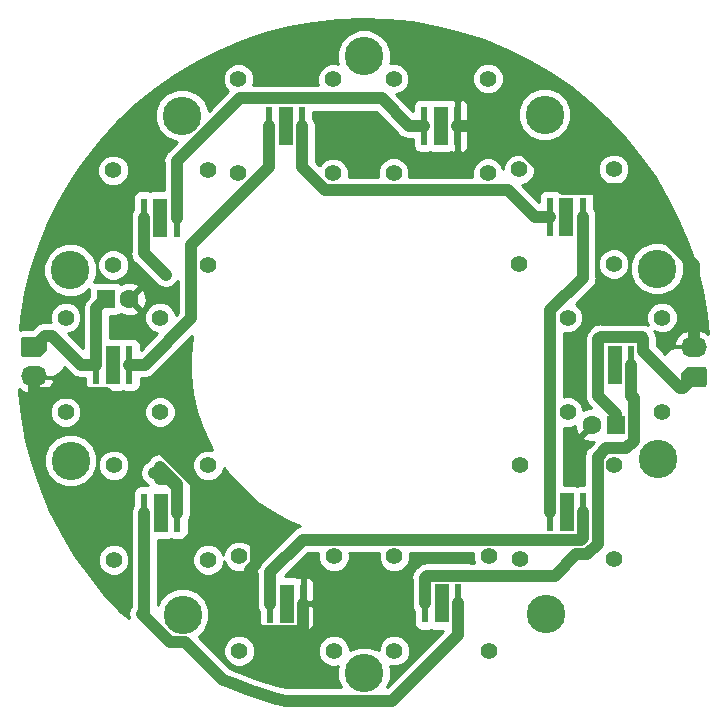
<source format=gbr>
G04 #@! TF.GenerationSoftware,KiCad,Pcbnew,(5.0.2)-1*
G04 #@! TF.CreationDate,2020-03-10T14:07:47-07:00*
G04 #@! TF.ProjectId,ring_illuminator,72696e67-5f69-46c6-9c75-6d696e61746f,rev?*
G04 #@! TF.SameCoordinates,Original*
G04 #@! TF.FileFunction,Copper,L1,Top*
G04 #@! TF.FilePolarity,Positive*
%FSLAX46Y46*%
G04 Gerber Fmt 4.6, Leading zero omitted, Abs format (unit mm)*
G04 Created by KiCad (PCBNEW (5.0.2)-1) date 3/10/2020 2:07:47 PM*
%MOMM*%
%LPD*%
G01*
G04 APERTURE LIST*
G04 #@! TA.AperFunction,ComponentPad*
%ADD10C,1.600000*%
G04 #@! TD*
G04 #@! TA.AperFunction,ComponentPad*
%ADD11R,1.600000X1.600000*%
G04 #@! TD*
G04 #@! TA.AperFunction,ComponentPad*
%ADD12O,2.200000X1.700000*%
G04 #@! TD*
G04 #@! TA.AperFunction,ComponentPad*
%ADD13C,1.417157*%
G04 #@! TD*
G04 #@! TA.AperFunction,Conductor*
%ADD14C,0.100000*%
G04 #@! TD*
G04 #@! TA.AperFunction,ComponentPad*
%ADD15C,1.400000*%
G04 #@! TD*
G04 #@! TA.AperFunction,SMDPad,CuDef*
%ADD16R,1.300000X3.300000*%
G04 #@! TD*
G04 #@! TA.AperFunction,SMDPad,CuDef*
%ADD17R,0.600000X3.300000*%
G04 #@! TD*
G04 #@! TA.AperFunction,ComponentPad*
%ADD18C,3.260000*%
G04 #@! TD*
G04 #@! TA.AperFunction,ViaPad*
%ADD19C,0.800000*%
G04 #@! TD*
G04 #@! TA.AperFunction,Conductor*
%ADD20C,1.000000*%
G04 #@! TD*
G04 #@! TA.AperFunction,Conductor*
%ADD21C,0.254000*%
G04 #@! TD*
G04 APERTURE END LIST*
D10*
G04 #@! TO.P,C5,2*
G04 #@! TO.N,PGND*
X19336000Y-5080000D03*
D11*
G04 #@! TO.P,C5,1*
G04 #@! TO.N,VLED1*
X21336000Y-5080000D03*
G04 #@! TD*
G04 #@! TO.P,C6,1*
G04 #@! TO.N,VLED2*
X-21844000Y5588000D03*
D10*
G04 #@! TO.P,C6,2*
G04 #@! TO.N,PGND*
X-19844000Y5588000D03*
G04 #@! TD*
D12*
G04 #@! TO.P,J1,2*
G04 #@! TO.N,PGND*
X-27940000Y-976000D03*
D13*
G04 #@! TO.P,J1,1*
G04 #@! TO.N,VLED2*
X-27940000Y1524000D03*
D14*
G04 #@! TD*
G04 #@! TO.N,VLED2*
G04 #@! TO.C,J1*
G36*
X-28838773Y678804D02*
X-28885671Y693030D01*
X-28928893Y716133D01*
X-28966777Y747223D01*
X-28997867Y785107D01*
X-29020970Y828329D01*
X-29035196Y875227D01*
X-29040000Y924000D01*
X-29040000Y2124000D01*
X-29035196Y2172773D01*
X-29020970Y2219671D01*
X-28997867Y2262893D01*
X-28966777Y2300777D01*
X-28928893Y2331867D01*
X-28885671Y2354970D01*
X-28838773Y2369196D01*
X-28790000Y2374000D01*
X-27090000Y2374000D01*
X-27041227Y2369196D01*
X-26994329Y2354970D01*
X-26951107Y2331867D01*
X-26913223Y2300777D01*
X-26882133Y2262893D01*
X-26859030Y2219671D01*
X-26844804Y2172773D01*
X-26840000Y2124000D01*
X-26840000Y1324000D01*
X-26844804Y1275227D01*
X-26859030Y1228329D01*
X-26882133Y1185107D01*
X-26913223Y1147223D01*
X-27313223Y747223D01*
X-27351107Y716133D01*
X-27394329Y693030D01*
X-27441227Y678804D01*
X-27490000Y674000D01*
X-28790000Y674000D01*
X-28838773Y678804D01*
X-28838773Y678804D01*
G37*
D13*
G04 #@! TO.P,J2,1*
G04 #@! TO.N,VLED1*
X27940000Y-1016000D03*
D14*
G04 #@! TD*
G04 #@! TO.N,VLED1*
G04 #@! TO.C,J2*
G36*
X28838773Y-170804D02*
X28885671Y-185030D01*
X28928893Y-208133D01*
X28966777Y-239223D01*
X28997867Y-277107D01*
X29020970Y-320329D01*
X29035196Y-367227D01*
X29040000Y-416000D01*
X29040000Y-1616000D01*
X29035196Y-1664773D01*
X29020970Y-1711671D01*
X28997867Y-1754893D01*
X28966777Y-1792777D01*
X28928893Y-1823867D01*
X28885671Y-1846970D01*
X28838773Y-1861196D01*
X28790000Y-1866000D01*
X27090000Y-1866000D01*
X27041227Y-1861196D01*
X26994329Y-1846970D01*
X26951107Y-1823867D01*
X26913223Y-1792777D01*
X26882133Y-1754893D01*
X26859030Y-1711671D01*
X26844804Y-1664773D01*
X26840000Y-1616000D01*
X26840000Y-816000D01*
X26844804Y-767227D01*
X26859030Y-720329D01*
X26882133Y-677107D01*
X26913223Y-639223D01*
X27313223Y-239223D01*
X27351107Y-208133D01*
X27394329Y-185030D01*
X27441227Y-170804D01*
X27490000Y-166000D01*
X28790000Y-166000D01*
X28838773Y-170804D01*
X28838773Y-170804D01*
G37*
D12*
G04 #@! TO.P,J2,2*
G04 #@! TO.N,PGND*
X27940000Y1484000D03*
G04 #@! TD*
D15*
G04 #@! TO.P,D4,*
G04 #@! TO.N,*
X-10547000Y-24216000D03*
X-2547000Y-24216000D03*
X-2547000Y-16216000D03*
X-10547000Y-16216000D03*
D16*
G04 #@! TO.P,D4,3*
G04 #@! TO.N,N/C*
X-6547000Y-20216000D03*
D17*
G04 #@! TO.P,D4,2*
G04 #@! TO.N,Net-(D2-Pad1)*
X-7947000Y-20216000D03*
G04 #@! TO.P,D4,1*
G04 #@! TO.N,PGND*
X-5147000Y-20216000D03*
G04 #@! TD*
D15*
G04 #@! TO.P,D9,*
G04 #@! TO.N,*
X2515000Y16227000D03*
X10515000Y16227000D03*
X10515000Y24227000D03*
X2515000Y24227000D03*
D16*
G04 #@! TO.P,D9,3*
G04 #@! TO.N,N/C*
X6515000Y20227000D03*
D17*
G04 #@! TO.P,D9,2*
G04 #@! TO.N,Net-(D7-Pad1)*
X5115000Y20227000D03*
G04 #@! TO.P,D9,1*
G04 #@! TO.N,PGND*
X7915000Y20227000D03*
G04 #@! TD*
D15*
G04 #@! TO.P,D8,*
G04 #@! TO.N,*
X-10612000Y16195000D03*
X-2612000Y16195000D03*
X-2612000Y24195000D03*
X-10612000Y24195000D03*
D16*
G04 #@! TO.P,D8,3*
G04 #@! TO.N,N/C*
X-6612000Y20195000D03*
D17*
G04 #@! TO.P,D8,2*
G04 #@! TO.N,Net-(D6-Pad1)*
X-8012000Y20195000D03*
G04 #@! TO.P,D8,1*
G04 #@! TO.N,Net-(D10-Pad2)*
X-5212000Y20195000D03*
G04 #@! TD*
D15*
G04 #@! TO.P,D3,*
G04 #@! TO.N,*
X2579000Y-24206000D03*
X10579000Y-24206000D03*
X10579000Y-16206000D03*
X2579000Y-16206000D03*
D16*
G04 #@! TO.P,D3,3*
G04 #@! TO.N,N/C*
X6579000Y-20206000D03*
D17*
G04 #@! TO.P,D3,2*
G04 #@! TO.N,Net-(D1-Pad1)*
X5179000Y-20206000D03*
G04 #@! TO.P,D3,1*
G04 #@! TO.N,Net-(D3-Pad1)*
X7979000Y-20206000D03*
G04 #@! TD*
D15*
G04 #@! TO.P,D2,*
G04 #@! TO.N,*
X13196000Y-16485000D03*
X21196000Y-16485000D03*
X21196000Y-8485000D03*
X13196000Y-8485000D03*
D16*
G04 #@! TO.P,D2,3*
G04 #@! TO.N,N/C*
X17196000Y-12485000D03*
D17*
G04 #@! TO.P,D2,2*
G04 #@! TO.N,Net-(D10-Pad1)*
X15796000Y-12485000D03*
G04 #@! TO.P,D2,1*
G04 #@! TO.N,Net-(D2-Pad1)*
X18596000Y-12485000D03*
G04 #@! TD*
D15*
G04 #@! TO.P,D1,*
G04 #@! TO.N,*
X17250000Y-4000000D03*
X25250000Y-4000000D03*
X25250000Y4000000D03*
X17250000Y4000000D03*
D16*
G04 #@! TO.P,D1,3*
G04 #@! TO.N,N/C*
X21250000Y0D03*
D17*
G04 #@! TO.P,D1,2*
G04 #@! TO.N,VLED1*
X19850000Y0D03*
G04 #@! TO.P,D1,1*
G04 #@! TO.N,Net-(D1-Pad1)*
X22650000Y0D03*
G04 #@! TD*
D15*
G04 #@! TO.P,D5,*
G04 #@! TO.N,*
X-21176000Y-16512000D03*
X-13176000Y-16512000D03*
X-13176000Y-8512000D03*
X-21176000Y-8512000D03*
D16*
G04 #@! TO.P,D5,3*
G04 #@! TO.N,N/C*
X-17176000Y-12512000D03*
D17*
G04 #@! TO.P,D5,2*
G04 #@! TO.N,Net-(D3-Pad1)*
X-18576000Y-12512000D03*
G04 #@! TO.P,D5,1*
G04 #@! TO.N,Net-(D5-Pad1)*
X-15776000Y-12512000D03*
G04 #@! TD*
D15*
G04 #@! TO.P,D6,*
G04 #@! TO.N,*
X-25250000Y-4000000D03*
X-17250000Y-4000000D03*
X-17250000Y4000000D03*
X-25250000Y4000000D03*
D16*
G04 #@! TO.P,D6,3*
G04 #@! TO.N,N/C*
X-21250000Y0D03*
D17*
G04 #@! TO.P,D6,2*
G04 #@! TO.N,VLED2*
X-22650000Y0D03*
G04 #@! TO.P,D6,1*
G04 #@! TO.N,Net-(D6-Pad1)*
X-19850000Y0D03*
G04 #@! TD*
D15*
G04 #@! TO.P,D7,*
G04 #@! TO.N,*
X-21216000Y8458000D03*
X-13216000Y8458000D03*
X-13216000Y16458000D03*
X-21216000Y16458000D03*
D16*
G04 #@! TO.P,D7,3*
G04 #@! TO.N,N/C*
X-17216000Y12458000D03*
D17*
G04 #@! TO.P,D7,2*
G04 #@! TO.N,Net-(D5-Pad1)*
X-18616000Y12458000D03*
G04 #@! TO.P,D7,1*
G04 #@! TO.N,Net-(D7-Pad1)*
X-15816000Y12458000D03*
G04 #@! TD*
D15*
G04 #@! TO.P,D10,*
G04 #@! TO.N,*
X13156000Y8540000D03*
X21156000Y8540000D03*
X21156000Y16540000D03*
X13156000Y16540000D03*
D16*
G04 #@! TO.P,D10,3*
G04 #@! TO.N,N/C*
X17156000Y12540000D03*
D17*
G04 #@! TO.P,D10,2*
G04 #@! TO.N,Net-(D10-Pad2)*
X15756000Y12540000D03*
G04 #@! TO.P,D10,1*
G04 #@! TO.N,Net-(D10-Pad1)*
X18556000Y12540000D03*
G04 #@! TD*
D18*
G04 #@! TO.P,J11,1*
G04 #@! TO.N,Net-(J11-Pad1)*
X-24835000Y-8109000D03*
G04 #@! TD*
G04 #@! TO.P,J10,1*
G04 #@! TO.N,Net-(J10-Pad1)*
X0Y-26125000D03*
G04 #@! TD*
G04 #@! TO.P,J9,1*
G04 #@! TO.N,Net-(J9-Pad1)*
X0Y26125000D03*
G04 #@! TD*
G04 #@! TO.P,J8,1*
G04 #@! TO.N,Net-(J8-Pad1)*
X-15400000Y21104000D03*
G04 #@! TD*
G04 #@! TO.P,J7,1*
G04 #@! TO.N,Net-(J7-Pad1)*
X15433000Y-21079000D03*
G04 #@! TD*
G04 #@! TO.P,J6,1*
G04 #@! TO.N,Net-(J6-Pad1)*
X-24860500Y8029500D03*
G04 #@! TD*
G04 #@! TO.P,J5,1*
G04 #@! TO.N,Net-(J5-Pad1)*
X15299000Y21177000D03*
G04 #@! TD*
G04 #@! TO.P,J4,1*
G04 #@! TO.N,Net-(J4-Pad1)*
X-15332000Y-21153000D03*
G04 #@! TD*
G04 #@! TO.P,J3,1*
G04 #@! TO.N,Net-(J3-Pad1)*
X24873000Y-7990000D03*
G04 #@! TD*
G04 #@! TO.P,J12,1*
G04 #@! TO.N,Net-(J12-Pad1)*
X24821000Y8148000D03*
G04 #@! TD*
D19*
G04 #@! TO.N,VLED2*
X-23950000Y0D03*
G04 #@! TO.N,VLED1*
X19850000Y2160002D03*
G04 #@! TO.N,Net-(D5-Pad1)*
X-17272000Y-8636000D03*
X-16764000Y7620000D03*
X-17272000Y-9652000D03*
X-16475998Y-9652000D03*
X-17780000Y-9144000D03*
G04 #@! TD*
D20*
G04 #@! TO.N,PGND*
X-5147000Y-22376002D02*
X-5586997Y-22815999D01*
X-5147000Y-20216000D02*
X-5147000Y-22376002D01*
X-27940000Y-2032000D02*
X-27940000Y-976000D01*
X-27940000Y-2826000D02*
X-27940000Y-2032000D01*
X-9146999Y-16888001D02*
X-9146999Y-15063931D01*
X-5147000Y-22376002D02*
X-5336999Y-22566001D01*
X-5336999Y-22566001D02*
X-8807001Y-22566001D01*
X-21860929Y-2350001D02*
X-27621999Y-2350001D01*
X-27621999Y-2350001D02*
X-27940000Y-2032000D01*
X-9652000Y-17393002D02*
X-9146999Y-16888001D01*
X-9652000Y-21721002D02*
X-9652000Y-17393002D01*
X-9146999Y-15063931D02*
X-21860929Y-2350001D01*
X-8807001Y-22566001D02*
X-9652000Y-21721002D01*
X27940000Y3334000D02*
X27940000Y1484000D01*
X27940000Y8477402D02*
X27940000Y3334000D01*
X21527401Y14890001D02*
X27940000Y8477402D01*
X16878001Y14890001D02*
X21527401Y14890001D01*
X11541002Y20227000D02*
X16878001Y14890001D01*
X7915000Y20227000D02*
X11541002Y20227000D01*
G04 #@! TO.N,Net-(D7-Pad1)*
X3815000Y20227000D02*
X5115000Y20227000D01*
X1496999Y22545001D02*
X3815000Y20227000D01*
X-10510597Y22545001D02*
X1496999Y22545001D01*
X-15816000Y17239598D02*
X-10510597Y22545001D01*
X-15816000Y12458000D02*
X-15816000Y17239598D01*
G04 #@! TO.N,VLED2*
X-23950000Y0D02*
X-22650000Y0D01*
X-26394710Y2444710D02*
X-23950000Y0D01*
X-27019290Y2444710D02*
X-26394710Y2444710D01*
X-27940000Y1524000D02*
X-27019290Y2444710D01*
X-22650000Y4782000D02*
X-22650000Y0D01*
X-21844000Y5588000D02*
X-22650000Y4782000D01*
G04 #@! TO.N,Net-(D6-Pad1)*
X-8012000Y17545000D02*
X-8012000Y20195000D01*
X-8012000Y16722998D02*
X-8012000Y17545000D01*
X-14616001Y10118997D02*
X-8012000Y16722998D01*
X-14616001Y3933999D02*
X-14616001Y10118997D01*
X-18550000Y0D02*
X-14616001Y3933999D01*
X-19850000Y0D02*
X-18550000Y0D01*
G04 #@! TO.N,Net-(D10-Pad2)*
X14456000Y12540000D02*
X15756000Y12540000D01*
X12201001Y14794999D02*
X14456000Y12540000D01*
X-3284001Y14794999D02*
X12201001Y14794999D01*
X-5212000Y16722998D02*
X-3284001Y14794999D01*
X-5212000Y20195000D02*
X-5212000Y16722998D01*
G04 #@! TO.N,Net-(D2-Pad1)*
X-7947000Y-17566000D02*
X-7947000Y-20216000D01*
X-5186999Y-14805999D02*
X-7947000Y-17566000D01*
X11251001Y-14805999D02*
X-5186999Y-14805999D01*
X18406001Y-14835001D02*
X11280003Y-14835001D01*
X11280003Y-14835001D02*
X11251001Y-14805999D01*
X18596000Y-14645002D02*
X18406001Y-14835001D01*
X18596000Y-12485000D02*
X18596000Y-14645002D01*
G04 #@! TO.N,Net-(D3-Pad1)*
X-16450401Y-23483001D02*
X-18796000Y-21137402D01*
X-11959821Y-26648181D02*
X-15125000Y-23483001D01*
X-11429813Y-26896639D02*
X-11959821Y-26648181D01*
X7979000Y-22856000D02*
X2379999Y-28455001D01*
X-15125000Y-23483001D02*
X-16450401Y-23483001D01*
X7979000Y-20206000D02*
X7979000Y-22856000D01*
X2379999Y-28455001D02*
X-6580206Y-28455001D01*
X-6580206Y-28455001D02*
X-7391836Y-28274202D01*
X-7391836Y-28274202D02*
X-9436013Y-27659202D01*
X-9436013Y-27659202D02*
X-11429813Y-26896639D01*
X-18576000Y-20917402D02*
X-18576000Y-12512000D01*
X-18796000Y-21137402D02*
X-18576000Y-20917402D01*
G04 #@! TO.N,Net-(D1-Pad1)*
X19796009Y-15142063D02*
X18903062Y-16035010D01*
X19795999Y-7812999D02*
X19795999Y-11987929D01*
X22650000Y-2650000D02*
X22836001Y-2836001D01*
X18903062Y-16035010D02*
X18000990Y-16035010D01*
X22650000Y0D02*
X22650000Y-2650000D01*
X22836001Y-2836001D02*
X22836001Y-6440001D01*
X19796010Y-11987940D02*
X19796009Y-15142063D01*
X19795999Y-11987929D02*
X19796010Y-11987940D01*
X22836001Y-6440001D02*
X22191003Y-7084999D01*
X22191003Y-7084999D02*
X20523999Y-7084999D01*
X20523999Y-7084999D02*
X19795999Y-7812999D01*
X5179000Y-18045998D02*
X5179000Y-20206000D01*
X5368999Y-17855999D02*
X5179000Y-18045998D01*
X8839001Y-17855999D02*
X5368999Y-17855999D01*
X8868003Y-17885001D02*
X8839001Y-17855999D01*
X16150999Y-17885001D02*
X8868003Y-17885001D01*
X18000990Y-16035010D02*
X16150999Y-17885001D01*
G04 #@! TO.N,VLED1*
X20039999Y2350001D02*
X19850000Y2160002D01*
X23650001Y2210001D02*
X23510001Y2350001D01*
X23510001Y2350001D02*
X20039999Y2350001D01*
X23650001Y1185997D02*
X23650001Y2210001D01*
X26772708Y-1936710D02*
X23650001Y1185997D01*
X27019290Y-1936710D02*
X26772708Y-1936710D01*
X19850000Y2160002D02*
X19850000Y0D01*
X27940000Y-1016000D02*
X27019290Y-1936710D01*
X19850000Y-2650000D02*
X19850000Y0D01*
X21336000Y-4136000D02*
X19850000Y-2650000D01*
X21336000Y-5080000D02*
X21336000Y-4136000D01*
G04 #@! TO.N,Net-(D5-Pad1)*
X-15776000Y-12512000D02*
X-15776000Y-10132000D01*
X-15776000Y-10132000D02*
X-17272000Y-8636000D01*
X-18616000Y9472000D02*
X-18616000Y12458000D01*
X-16764000Y7620000D02*
X-18616000Y9472000D01*
X-16475998Y-9652000D02*
X-17272000Y-9652000D01*
X-15776000Y-12512000D02*
X-15776000Y-10351998D01*
X-15776000Y-10351998D02*
X-16475998Y-9652000D01*
X-15776000Y-10351998D02*
X-16983998Y-9144000D01*
X-16983998Y-9144000D02*
X-17780000Y-9144000D01*
G04 #@! TO.N,Net-(D10-Pad1)*
X15796000Y-9835000D02*
X15796000Y-12485000D01*
X15796000Y4618002D02*
X15796000Y-9835000D01*
X18556000Y7378002D02*
X15796000Y4618002D01*
X18556000Y12540000D02*
X18556000Y7378002D01*
G04 #@! TD*
D21*
G04 #@! TO.N,PGND*
G36*
X-14544605Y2329668D02*
X-14709813Y770909D01*
X-14708445Y-796581D01*
X-14540517Y-2355050D01*
X-14207931Y-3886850D01*
X-13714452Y-5374635D01*
X-13065670Y-6801557D01*
X-12822597Y-7213391D01*
X-12910452Y-7177000D01*
X-13441548Y-7177000D01*
X-13932217Y-7380242D01*
X-14307758Y-7755783D01*
X-14511000Y-8246452D01*
X-14511000Y-8777548D01*
X-14307758Y-9268217D01*
X-13932217Y-9643758D01*
X-13441548Y-9847000D01*
X-12910452Y-9847000D01*
X-12419783Y-9643758D01*
X-12044242Y-9268217D01*
X-11841000Y-8777548D01*
X-11841000Y-8726616D01*
X-11333255Y-9409050D01*
X-10269242Y-10560093D01*
X-9088938Y-11591553D01*
X-7805711Y-12491748D01*
X-6434090Y-13250486D01*
X-5392113Y-13689564D01*
X-5629854Y-13736853D01*
X-6005288Y-13987710D01*
X-6068610Y-14082478D01*
X-8670518Y-16684387D01*
X-8765289Y-16747711D01*
X-8959060Y-17037711D01*
X-9016146Y-17123146D01*
X-9104235Y-17566000D01*
X-9082000Y-17677783D01*
X-9081999Y-20327783D01*
X-9016145Y-20658855D01*
X-8894440Y-20840999D01*
X-8894440Y-21866000D01*
X-8845157Y-22113765D01*
X-8704809Y-22323809D01*
X-8494765Y-22464157D01*
X-8247000Y-22513440D01*
X-7647000Y-22513440D01*
X-7422000Y-22468685D01*
X-7197000Y-22513440D01*
X-5897000Y-22513440D01*
X-5658032Y-22465907D01*
X-5573309Y-22501000D01*
X-5432750Y-22501000D01*
X-5274000Y-22342250D01*
X-5274000Y-21988869D01*
X-5249560Y-21866000D01*
X-5249560Y-20343000D01*
X-5020000Y-20343000D01*
X-5020000Y-22342250D01*
X-4861250Y-22501000D01*
X-4720691Y-22501000D01*
X-4487302Y-22404327D01*
X-4308673Y-22225699D01*
X-4212000Y-21992310D01*
X-4212000Y-20501750D01*
X-4370750Y-20343000D01*
X-5020000Y-20343000D01*
X-5249560Y-20343000D01*
X-5249560Y-18566000D01*
X-5274000Y-18443131D01*
X-5274000Y-18089750D01*
X-5020000Y-18089750D01*
X-5020000Y-20089000D01*
X-4370750Y-20089000D01*
X-4212000Y-19930250D01*
X-4212000Y-18439690D01*
X-4308673Y-18206301D01*
X-4487302Y-18027673D01*
X-4720691Y-17931000D01*
X-4861250Y-17931000D01*
X-5020000Y-18089750D01*
X-5274000Y-18089750D01*
X-5432750Y-17931000D01*
X-5573309Y-17931000D01*
X-5658032Y-17966093D01*
X-5897000Y-17918560D01*
X-6694429Y-17918560D01*
X-4716867Y-15940999D01*
X-3878084Y-15940999D01*
X-3882000Y-15950452D01*
X-3882000Y-16481548D01*
X-3678758Y-16972217D01*
X-3303217Y-17347758D01*
X-2812548Y-17551000D01*
X-2281452Y-17551000D01*
X-1790783Y-17347758D01*
X-1415242Y-16972217D01*
X-1212000Y-16481548D01*
X-1212000Y-15950452D01*
X-1215916Y-15940999D01*
X1244000Y-15940999D01*
X1244000Y-16471548D01*
X1447242Y-16962217D01*
X1822783Y-17337758D01*
X2313452Y-17541000D01*
X2844548Y-17541000D01*
X3335217Y-17337758D01*
X3710758Y-16962217D01*
X3914000Y-16471548D01*
X3914000Y-15940999D01*
X9244000Y-15940999D01*
X9244000Y-16471548D01*
X9359339Y-16750001D01*
X9096588Y-16750001D01*
X8950784Y-16720999D01*
X8839001Y-16698764D01*
X8727218Y-16720999D01*
X5480781Y-16720999D01*
X5368998Y-16698764D01*
X5122925Y-16747711D01*
X4926144Y-16786853D01*
X4550710Y-17037710D01*
X4487386Y-17132481D01*
X4455482Y-17164385D01*
X4360711Y-17227709D01*
X4134673Y-17566000D01*
X4109854Y-17603144D01*
X4021765Y-18045998D01*
X4044000Y-18157782D01*
X4044001Y-20317783D01*
X4109855Y-20648855D01*
X4231560Y-20830999D01*
X4231560Y-21856000D01*
X4280843Y-22103765D01*
X4421191Y-22313809D01*
X4631235Y-22454157D01*
X4879000Y-22503440D01*
X5479000Y-22503440D01*
X5704000Y-22458685D01*
X5929000Y-22503440D01*
X6726428Y-22503440D01*
X1989700Y-27240169D01*
X2265000Y-26575537D01*
X2265000Y-25674463D01*
X2188234Y-25489133D01*
X2313452Y-25541000D01*
X2844548Y-25541000D01*
X3335217Y-25337758D01*
X3710758Y-24962217D01*
X3914000Y-24471548D01*
X3914000Y-23940452D01*
X3710758Y-23449783D01*
X3335217Y-23074242D01*
X2844548Y-22871000D01*
X2313452Y-22871000D01*
X1822783Y-23074242D01*
X1447242Y-23449783D01*
X1244000Y-23940452D01*
X1244000Y-24188664D01*
X450537Y-23860000D01*
X-450537Y-23860000D01*
X-1212000Y-24175409D01*
X-1212000Y-23950452D01*
X-1415242Y-23459783D01*
X-1790783Y-23084242D01*
X-2281452Y-22881000D01*
X-2812548Y-22881000D01*
X-3303217Y-23084242D01*
X-3678758Y-23459783D01*
X-3882000Y-23950452D01*
X-3882000Y-24481548D01*
X-3678758Y-24972217D01*
X-3303217Y-25347758D01*
X-2812548Y-25551000D01*
X-2281452Y-25551000D01*
X-2199861Y-25517204D01*
X-2265000Y-25674463D01*
X-2265000Y-26575537D01*
X-1956632Y-27320001D01*
X-6455323Y-27320001D01*
X-7104568Y-27175375D01*
X-9069299Y-26584276D01*
X-10985610Y-25851351D01*
X-11297928Y-25704942D01*
X-13052418Y-23950452D01*
X-11882000Y-23950452D01*
X-11882000Y-24481548D01*
X-11678758Y-24972217D01*
X-11303217Y-25347758D01*
X-10812548Y-25551000D01*
X-10281452Y-25551000D01*
X-9790783Y-25347758D01*
X-9415242Y-24972217D01*
X-9212000Y-24481548D01*
X-9212000Y-23950452D01*
X-9415242Y-23459783D01*
X-9790783Y-23084242D01*
X-10281452Y-22881000D01*
X-10812548Y-22881000D01*
X-11303217Y-23084242D01*
X-11678758Y-23459783D01*
X-11882000Y-23950452D01*
X-13052418Y-23950452D01*
X-13989339Y-23013532D01*
X-13411826Y-22436019D01*
X-13067000Y-21603537D01*
X-13067000Y-20702463D01*
X-13411826Y-19869981D01*
X-14048981Y-19232826D01*
X-14881463Y-18888000D01*
X-15782537Y-18888000D01*
X-16615019Y-19232826D01*
X-17252174Y-19869981D01*
X-17441000Y-20325846D01*
X-17441000Y-16246452D01*
X-14511000Y-16246452D01*
X-14511000Y-16777548D01*
X-14307758Y-17268217D01*
X-13932217Y-17643758D01*
X-13441548Y-17847000D01*
X-12910452Y-17847000D01*
X-12419783Y-17643758D01*
X-12044242Y-17268217D01*
X-11841000Y-16777548D01*
X-11841000Y-16580531D01*
X-11678758Y-16972217D01*
X-11303217Y-17347758D01*
X-10812548Y-17551000D01*
X-10281452Y-17551000D01*
X-9790783Y-17347758D01*
X-9415242Y-16972217D01*
X-9212000Y-16481548D01*
X-9212000Y-15950452D01*
X-9415242Y-15459783D01*
X-9790783Y-15084242D01*
X-10281452Y-14881000D01*
X-10812548Y-14881000D01*
X-11303217Y-15084242D01*
X-11678758Y-15459783D01*
X-11882000Y-15950452D01*
X-11882000Y-16147469D01*
X-12044242Y-15755783D01*
X-12419783Y-15380242D01*
X-12910452Y-15177000D01*
X-13441548Y-15177000D01*
X-13932217Y-15380242D01*
X-14307758Y-15755783D01*
X-14511000Y-16246452D01*
X-17441000Y-16246452D01*
X-17441000Y-14809440D01*
X-16526000Y-14809440D01*
X-16301000Y-14764685D01*
X-16076000Y-14809440D01*
X-15476000Y-14809440D01*
X-15228235Y-14760157D01*
X-15018191Y-14619809D01*
X-14877843Y-14409765D01*
X-14828560Y-14162000D01*
X-14828560Y-13137001D01*
X-14706854Y-12954855D01*
X-14641000Y-12623783D01*
X-14641000Y-10463781D01*
X-14618765Y-10351998D01*
X-14640645Y-10241998D01*
X-14618765Y-10131999D01*
X-14675455Y-9847000D01*
X-14706854Y-9689145D01*
X-14957711Y-9313711D01*
X-15052476Y-9250391D01*
X-16548477Y-7754392D01*
X-16829146Y-7566854D01*
X-17272000Y-7478765D01*
X-17714854Y-7566854D01*
X-18090288Y-7817712D01*
X-18293764Y-8122234D01*
X-18598289Y-8325711D01*
X-18849146Y-8701145D01*
X-18937235Y-9144000D01*
X-18849146Y-9586855D01*
X-18598289Y-9962289D01*
X-18293765Y-10165765D01*
X-18258887Y-10217964D01*
X-18276000Y-10214560D01*
X-18876000Y-10214560D01*
X-19123765Y-10263843D01*
X-19333809Y-10404191D01*
X-19474157Y-10614235D01*
X-19523440Y-10862000D01*
X-19523440Y-11887001D01*
X-19645145Y-12069145D01*
X-19710999Y-12400217D01*
X-19711000Y-20463853D01*
X-19865146Y-20694548D01*
X-19953235Y-21137402D01*
X-19884921Y-21480841D01*
X-20529632Y-20891106D01*
X-21970753Y-19369825D01*
X-23299418Y-17749400D01*
X-24361597Y-16246452D01*
X-22511000Y-16246452D01*
X-22511000Y-16777548D01*
X-22307758Y-17268217D01*
X-21932217Y-17643758D01*
X-21441548Y-17847000D01*
X-20910452Y-17847000D01*
X-20419783Y-17643758D01*
X-20044242Y-17268217D01*
X-19841000Y-16777548D01*
X-19841000Y-16246452D01*
X-20044242Y-15755783D01*
X-20419783Y-15380242D01*
X-20910452Y-15177000D01*
X-21441548Y-15177000D01*
X-21932217Y-15380242D01*
X-22307758Y-15755783D01*
X-22511000Y-16246452D01*
X-24361597Y-16246452D01*
X-24508827Y-16038127D01*
X-25592788Y-14244763D01*
X-26545755Y-12378489D01*
X-27362849Y-10448856D01*
X-28039888Y-8465741D01*
X-28252426Y-7658463D01*
X-27100000Y-7658463D01*
X-27100000Y-8559537D01*
X-26755174Y-9392019D01*
X-26118019Y-10029174D01*
X-25285537Y-10374000D01*
X-24384463Y-10374000D01*
X-23551981Y-10029174D01*
X-22914826Y-9392019D01*
X-22570000Y-8559537D01*
X-22570000Y-8246452D01*
X-22511000Y-8246452D01*
X-22511000Y-8777548D01*
X-22307758Y-9268217D01*
X-21932217Y-9643758D01*
X-21441548Y-9847000D01*
X-20910452Y-9847000D01*
X-20419783Y-9643758D01*
X-20044242Y-9268217D01*
X-19841000Y-8777548D01*
X-19841000Y-8246452D01*
X-20044242Y-7755783D01*
X-20419783Y-7380242D01*
X-20910452Y-7177000D01*
X-21441548Y-7177000D01*
X-21932217Y-7380242D01*
X-22307758Y-7755783D01*
X-22511000Y-8246452D01*
X-22570000Y-8246452D01*
X-22570000Y-7658463D01*
X-22914826Y-6825981D01*
X-23551981Y-6188826D01*
X-24384463Y-5844000D01*
X-25285537Y-5844000D01*
X-26118019Y-6188826D01*
X-26755174Y-6825981D01*
X-27100000Y-7658463D01*
X-28252426Y-7658463D01*
X-28573407Y-6439295D01*
X-28960674Y-4379890D01*
X-29034783Y-3734452D01*
X-26585000Y-3734452D01*
X-26585000Y-4265548D01*
X-26381758Y-4756217D01*
X-26006217Y-5131758D01*
X-25515548Y-5335000D01*
X-24984452Y-5335000D01*
X-24493783Y-5131758D01*
X-24118242Y-4756217D01*
X-23915000Y-4265548D01*
X-23915000Y-3734452D01*
X-18585000Y-3734452D01*
X-18585000Y-4265548D01*
X-18381758Y-4756217D01*
X-18006217Y-5131758D01*
X-17515548Y-5335000D01*
X-16984452Y-5335000D01*
X-16493783Y-5131758D01*
X-16118242Y-4756217D01*
X-15915000Y-4265548D01*
X-15915000Y-3734452D01*
X-16118242Y-3243783D01*
X-16493783Y-2868242D01*
X-16984452Y-2665000D01*
X-17515548Y-2665000D01*
X-18006217Y-2868242D01*
X-18381758Y-3243783D01*
X-18585000Y-3734452D01*
X-23915000Y-3734452D01*
X-24118242Y-3243783D01*
X-24493783Y-2868242D01*
X-24984452Y-2665000D01*
X-25515548Y-2665000D01*
X-26006217Y-2868242D01*
X-26381758Y-3243783D01*
X-26585000Y-3734452D01*
X-29034783Y-3734452D01*
X-29199709Y-2298067D01*
X-29210772Y-2039493D01*
X-28863774Y-2310907D01*
X-28301639Y-2467135D01*
X-28067000Y-2307491D01*
X-28067000Y-1103000D01*
X-27813000Y-1103000D01*
X-27813000Y-2307491D01*
X-27578361Y-2467135D01*
X-27016226Y-2310907D01*
X-26556667Y-1951451D01*
X-26269648Y-1443491D01*
X-26248524Y-1332890D01*
X-26369845Y-1103000D01*
X-27813000Y-1103000D01*
X-28067000Y-1103000D01*
X-28087000Y-1103000D01*
X-28087000Y-849000D01*
X-28067000Y-849000D01*
X-28067000Y-829000D01*
X-27813000Y-829000D01*
X-27813000Y-849000D01*
X-27246706Y-849000D01*
X-26855602Y-1011000D01*
X-26344398Y-1011000D01*
X-25872106Y-815371D01*
X-25510629Y-453894D01*
X-25390721Y-164410D01*
X-24831611Y-723521D01*
X-24768289Y-818289D01*
X-24443958Y-1035000D01*
X-24392855Y-1069146D01*
X-23950001Y-1157235D01*
X-23838218Y-1135000D01*
X-23597440Y-1135000D01*
X-23597440Y-1650000D01*
X-23548157Y-1897765D01*
X-23407809Y-2107809D01*
X-23197765Y-2248157D01*
X-22950000Y-2297440D01*
X-22350000Y-2297440D01*
X-22125000Y-2252685D01*
X-21900000Y-2297440D01*
X-20600000Y-2297440D01*
X-20375000Y-2252685D01*
X-20150000Y-2297440D01*
X-19550000Y-2297440D01*
X-19302235Y-2248157D01*
X-19092191Y-2107809D01*
X-18951843Y-1897765D01*
X-18902560Y-1650000D01*
X-18902560Y-1135000D01*
X-18661783Y-1135000D01*
X-18550000Y-1157235D01*
X-18438217Y-1135000D01*
X-18107145Y-1069146D01*
X-17731711Y-818289D01*
X-17668387Y-723518D01*
X-14525236Y2419632D01*
X-14544605Y2329668D01*
X-14544605Y2329668D01*
G37*
X-14544605Y2329668D02*
X-14709813Y770909D01*
X-14708445Y-796581D01*
X-14540517Y-2355050D01*
X-14207931Y-3886850D01*
X-13714452Y-5374635D01*
X-13065670Y-6801557D01*
X-12822597Y-7213391D01*
X-12910452Y-7177000D01*
X-13441548Y-7177000D01*
X-13932217Y-7380242D01*
X-14307758Y-7755783D01*
X-14511000Y-8246452D01*
X-14511000Y-8777548D01*
X-14307758Y-9268217D01*
X-13932217Y-9643758D01*
X-13441548Y-9847000D01*
X-12910452Y-9847000D01*
X-12419783Y-9643758D01*
X-12044242Y-9268217D01*
X-11841000Y-8777548D01*
X-11841000Y-8726616D01*
X-11333255Y-9409050D01*
X-10269242Y-10560093D01*
X-9088938Y-11591553D01*
X-7805711Y-12491748D01*
X-6434090Y-13250486D01*
X-5392113Y-13689564D01*
X-5629854Y-13736853D01*
X-6005288Y-13987710D01*
X-6068610Y-14082478D01*
X-8670518Y-16684387D01*
X-8765289Y-16747711D01*
X-8959060Y-17037711D01*
X-9016146Y-17123146D01*
X-9104235Y-17566000D01*
X-9082000Y-17677783D01*
X-9081999Y-20327783D01*
X-9016145Y-20658855D01*
X-8894440Y-20840999D01*
X-8894440Y-21866000D01*
X-8845157Y-22113765D01*
X-8704809Y-22323809D01*
X-8494765Y-22464157D01*
X-8247000Y-22513440D01*
X-7647000Y-22513440D01*
X-7422000Y-22468685D01*
X-7197000Y-22513440D01*
X-5897000Y-22513440D01*
X-5658032Y-22465907D01*
X-5573309Y-22501000D01*
X-5432750Y-22501000D01*
X-5274000Y-22342250D01*
X-5274000Y-21988869D01*
X-5249560Y-21866000D01*
X-5249560Y-20343000D01*
X-5020000Y-20343000D01*
X-5020000Y-22342250D01*
X-4861250Y-22501000D01*
X-4720691Y-22501000D01*
X-4487302Y-22404327D01*
X-4308673Y-22225699D01*
X-4212000Y-21992310D01*
X-4212000Y-20501750D01*
X-4370750Y-20343000D01*
X-5020000Y-20343000D01*
X-5249560Y-20343000D01*
X-5249560Y-18566000D01*
X-5274000Y-18443131D01*
X-5274000Y-18089750D01*
X-5020000Y-18089750D01*
X-5020000Y-20089000D01*
X-4370750Y-20089000D01*
X-4212000Y-19930250D01*
X-4212000Y-18439690D01*
X-4308673Y-18206301D01*
X-4487302Y-18027673D01*
X-4720691Y-17931000D01*
X-4861250Y-17931000D01*
X-5020000Y-18089750D01*
X-5274000Y-18089750D01*
X-5432750Y-17931000D01*
X-5573309Y-17931000D01*
X-5658032Y-17966093D01*
X-5897000Y-17918560D01*
X-6694429Y-17918560D01*
X-4716867Y-15940999D01*
X-3878084Y-15940999D01*
X-3882000Y-15950452D01*
X-3882000Y-16481548D01*
X-3678758Y-16972217D01*
X-3303217Y-17347758D01*
X-2812548Y-17551000D01*
X-2281452Y-17551000D01*
X-1790783Y-17347758D01*
X-1415242Y-16972217D01*
X-1212000Y-16481548D01*
X-1212000Y-15950452D01*
X-1215916Y-15940999D01*
X1244000Y-15940999D01*
X1244000Y-16471548D01*
X1447242Y-16962217D01*
X1822783Y-17337758D01*
X2313452Y-17541000D01*
X2844548Y-17541000D01*
X3335217Y-17337758D01*
X3710758Y-16962217D01*
X3914000Y-16471548D01*
X3914000Y-15940999D01*
X9244000Y-15940999D01*
X9244000Y-16471548D01*
X9359339Y-16750001D01*
X9096588Y-16750001D01*
X8950784Y-16720999D01*
X8839001Y-16698764D01*
X8727218Y-16720999D01*
X5480781Y-16720999D01*
X5368998Y-16698764D01*
X5122925Y-16747711D01*
X4926144Y-16786853D01*
X4550710Y-17037710D01*
X4487386Y-17132481D01*
X4455482Y-17164385D01*
X4360711Y-17227709D01*
X4134673Y-17566000D01*
X4109854Y-17603144D01*
X4021765Y-18045998D01*
X4044000Y-18157782D01*
X4044001Y-20317783D01*
X4109855Y-20648855D01*
X4231560Y-20830999D01*
X4231560Y-21856000D01*
X4280843Y-22103765D01*
X4421191Y-22313809D01*
X4631235Y-22454157D01*
X4879000Y-22503440D01*
X5479000Y-22503440D01*
X5704000Y-22458685D01*
X5929000Y-22503440D01*
X6726428Y-22503440D01*
X1989700Y-27240169D01*
X2265000Y-26575537D01*
X2265000Y-25674463D01*
X2188234Y-25489133D01*
X2313452Y-25541000D01*
X2844548Y-25541000D01*
X3335217Y-25337758D01*
X3710758Y-24962217D01*
X3914000Y-24471548D01*
X3914000Y-23940452D01*
X3710758Y-23449783D01*
X3335217Y-23074242D01*
X2844548Y-22871000D01*
X2313452Y-22871000D01*
X1822783Y-23074242D01*
X1447242Y-23449783D01*
X1244000Y-23940452D01*
X1244000Y-24188664D01*
X450537Y-23860000D01*
X-450537Y-23860000D01*
X-1212000Y-24175409D01*
X-1212000Y-23950452D01*
X-1415242Y-23459783D01*
X-1790783Y-23084242D01*
X-2281452Y-22881000D01*
X-2812548Y-22881000D01*
X-3303217Y-23084242D01*
X-3678758Y-23459783D01*
X-3882000Y-23950452D01*
X-3882000Y-24481548D01*
X-3678758Y-24972217D01*
X-3303217Y-25347758D01*
X-2812548Y-25551000D01*
X-2281452Y-25551000D01*
X-2199861Y-25517204D01*
X-2265000Y-25674463D01*
X-2265000Y-26575537D01*
X-1956632Y-27320001D01*
X-6455323Y-27320001D01*
X-7104568Y-27175375D01*
X-9069299Y-26584276D01*
X-10985610Y-25851351D01*
X-11297928Y-25704942D01*
X-13052418Y-23950452D01*
X-11882000Y-23950452D01*
X-11882000Y-24481548D01*
X-11678758Y-24972217D01*
X-11303217Y-25347758D01*
X-10812548Y-25551000D01*
X-10281452Y-25551000D01*
X-9790783Y-25347758D01*
X-9415242Y-24972217D01*
X-9212000Y-24481548D01*
X-9212000Y-23950452D01*
X-9415242Y-23459783D01*
X-9790783Y-23084242D01*
X-10281452Y-22881000D01*
X-10812548Y-22881000D01*
X-11303217Y-23084242D01*
X-11678758Y-23459783D01*
X-11882000Y-23950452D01*
X-13052418Y-23950452D01*
X-13989339Y-23013532D01*
X-13411826Y-22436019D01*
X-13067000Y-21603537D01*
X-13067000Y-20702463D01*
X-13411826Y-19869981D01*
X-14048981Y-19232826D01*
X-14881463Y-18888000D01*
X-15782537Y-18888000D01*
X-16615019Y-19232826D01*
X-17252174Y-19869981D01*
X-17441000Y-20325846D01*
X-17441000Y-16246452D01*
X-14511000Y-16246452D01*
X-14511000Y-16777548D01*
X-14307758Y-17268217D01*
X-13932217Y-17643758D01*
X-13441548Y-17847000D01*
X-12910452Y-17847000D01*
X-12419783Y-17643758D01*
X-12044242Y-17268217D01*
X-11841000Y-16777548D01*
X-11841000Y-16580531D01*
X-11678758Y-16972217D01*
X-11303217Y-17347758D01*
X-10812548Y-17551000D01*
X-10281452Y-17551000D01*
X-9790783Y-17347758D01*
X-9415242Y-16972217D01*
X-9212000Y-16481548D01*
X-9212000Y-15950452D01*
X-9415242Y-15459783D01*
X-9790783Y-15084242D01*
X-10281452Y-14881000D01*
X-10812548Y-14881000D01*
X-11303217Y-15084242D01*
X-11678758Y-15459783D01*
X-11882000Y-15950452D01*
X-11882000Y-16147469D01*
X-12044242Y-15755783D01*
X-12419783Y-15380242D01*
X-12910452Y-15177000D01*
X-13441548Y-15177000D01*
X-13932217Y-15380242D01*
X-14307758Y-15755783D01*
X-14511000Y-16246452D01*
X-17441000Y-16246452D01*
X-17441000Y-14809440D01*
X-16526000Y-14809440D01*
X-16301000Y-14764685D01*
X-16076000Y-14809440D01*
X-15476000Y-14809440D01*
X-15228235Y-14760157D01*
X-15018191Y-14619809D01*
X-14877843Y-14409765D01*
X-14828560Y-14162000D01*
X-14828560Y-13137001D01*
X-14706854Y-12954855D01*
X-14641000Y-12623783D01*
X-14641000Y-10463781D01*
X-14618765Y-10351998D01*
X-14640645Y-10241998D01*
X-14618765Y-10131999D01*
X-14675455Y-9847000D01*
X-14706854Y-9689145D01*
X-14957711Y-9313711D01*
X-15052476Y-9250391D01*
X-16548477Y-7754392D01*
X-16829146Y-7566854D01*
X-17272000Y-7478765D01*
X-17714854Y-7566854D01*
X-18090288Y-7817712D01*
X-18293764Y-8122234D01*
X-18598289Y-8325711D01*
X-18849146Y-8701145D01*
X-18937235Y-9144000D01*
X-18849146Y-9586855D01*
X-18598289Y-9962289D01*
X-18293765Y-10165765D01*
X-18258887Y-10217964D01*
X-18276000Y-10214560D01*
X-18876000Y-10214560D01*
X-19123765Y-10263843D01*
X-19333809Y-10404191D01*
X-19474157Y-10614235D01*
X-19523440Y-10862000D01*
X-19523440Y-11887001D01*
X-19645145Y-12069145D01*
X-19710999Y-12400217D01*
X-19711000Y-20463853D01*
X-19865146Y-20694548D01*
X-19953235Y-21137402D01*
X-19884921Y-21480841D01*
X-20529632Y-20891106D01*
X-21970753Y-19369825D01*
X-23299418Y-17749400D01*
X-24361597Y-16246452D01*
X-22511000Y-16246452D01*
X-22511000Y-16777548D01*
X-22307758Y-17268217D01*
X-21932217Y-17643758D01*
X-21441548Y-17847000D01*
X-20910452Y-17847000D01*
X-20419783Y-17643758D01*
X-20044242Y-17268217D01*
X-19841000Y-16777548D01*
X-19841000Y-16246452D01*
X-20044242Y-15755783D01*
X-20419783Y-15380242D01*
X-20910452Y-15177000D01*
X-21441548Y-15177000D01*
X-21932217Y-15380242D01*
X-22307758Y-15755783D01*
X-22511000Y-16246452D01*
X-24361597Y-16246452D01*
X-24508827Y-16038127D01*
X-25592788Y-14244763D01*
X-26545755Y-12378489D01*
X-27362849Y-10448856D01*
X-28039888Y-8465741D01*
X-28252426Y-7658463D01*
X-27100000Y-7658463D01*
X-27100000Y-8559537D01*
X-26755174Y-9392019D01*
X-26118019Y-10029174D01*
X-25285537Y-10374000D01*
X-24384463Y-10374000D01*
X-23551981Y-10029174D01*
X-22914826Y-9392019D01*
X-22570000Y-8559537D01*
X-22570000Y-8246452D01*
X-22511000Y-8246452D01*
X-22511000Y-8777548D01*
X-22307758Y-9268217D01*
X-21932217Y-9643758D01*
X-21441548Y-9847000D01*
X-20910452Y-9847000D01*
X-20419783Y-9643758D01*
X-20044242Y-9268217D01*
X-19841000Y-8777548D01*
X-19841000Y-8246452D01*
X-20044242Y-7755783D01*
X-20419783Y-7380242D01*
X-20910452Y-7177000D01*
X-21441548Y-7177000D01*
X-21932217Y-7380242D01*
X-22307758Y-7755783D01*
X-22511000Y-8246452D01*
X-22570000Y-8246452D01*
X-22570000Y-7658463D01*
X-22914826Y-6825981D01*
X-23551981Y-6188826D01*
X-24384463Y-5844000D01*
X-25285537Y-5844000D01*
X-26118019Y-6188826D01*
X-26755174Y-6825981D01*
X-27100000Y-7658463D01*
X-28252426Y-7658463D01*
X-28573407Y-6439295D01*
X-28960674Y-4379890D01*
X-29034783Y-3734452D01*
X-26585000Y-3734452D01*
X-26585000Y-4265548D01*
X-26381758Y-4756217D01*
X-26006217Y-5131758D01*
X-25515548Y-5335000D01*
X-24984452Y-5335000D01*
X-24493783Y-5131758D01*
X-24118242Y-4756217D01*
X-23915000Y-4265548D01*
X-23915000Y-3734452D01*
X-18585000Y-3734452D01*
X-18585000Y-4265548D01*
X-18381758Y-4756217D01*
X-18006217Y-5131758D01*
X-17515548Y-5335000D01*
X-16984452Y-5335000D01*
X-16493783Y-5131758D01*
X-16118242Y-4756217D01*
X-15915000Y-4265548D01*
X-15915000Y-3734452D01*
X-16118242Y-3243783D01*
X-16493783Y-2868242D01*
X-16984452Y-2665000D01*
X-17515548Y-2665000D01*
X-18006217Y-2868242D01*
X-18381758Y-3243783D01*
X-18585000Y-3734452D01*
X-23915000Y-3734452D01*
X-24118242Y-3243783D01*
X-24493783Y-2868242D01*
X-24984452Y-2665000D01*
X-25515548Y-2665000D01*
X-26006217Y-2868242D01*
X-26381758Y-3243783D01*
X-26585000Y-3734452D01*
X-29034783Y-3734452D01*
X-29199709Y-2298067D01*
X-29210772Y-2039493D01*
X-28863774Y-2310907D01*
X-28301639Y-2467135D01*
X-28067000Y-2307491D01*
X-28067000Y-1103000D01*
X-27813000Y-1103000D01*
X-27813000Y-2307491D01*
X-27578361Y-2467135D01*
X-27016226Y-2310907D01*
X-26556667Y-1951451D01*
X-26269648Y-1443491D01*
X-26248524Y-1332890D01*
X-26369845Y-1103000D01*
X-27813000Y-1103000D01*
X-28067000Y-1103000D01*
X-28087000Y-1103000D01*
X-28087000Y-849000D01*
X-28067000Y-849000D01*
X-28067000Y-829000D01*
X-27813000Y-829000D01*
X-27813000Y-849000D01*
X-27246706Y-849000D01*
X-26855602Y-1011000D01*
X-26344398Y-1011000D01*
X-25872106Y-815371D01*
X-25510629Y-453894D01*
X-25390721Y-164410D01*
X-24831611Y-723521D01*
X-24768289Y-818289D01*
X-24443958Y-1035000D01*
X-24392855Y-1069146D01*
X-23950001Y-1157235D01*
X-23838218Y-1135000D01*
X-23597440Y-1135000D01*
X-23597440Y-1650000D01*
X-23548157Y-1897765D01*
X-23407809Y-2107809D01*
X-23197765Y-2248157D01*
X-22950000Y-2297440D01*
X-22350000Y-2297440D01*
X-22125000Y-2252685D01*
X-21900000Y-2297440D01*
X-20600000Y-2297440D01*
X-20375000Y-2252685D01*
X-20150000Y-2297440D01*
X-19550000Y-2297440D01*
X-19302235Y-2248157D01*
X-19092191Y-2107809D01*
X-18951843Y-1897765D01*
X-18902560Y-1650000D01*
X-18902560Y-1135000D01*
X-18661783Y-1135000D01*
X-18550000Y-1157235D01*
X-18438217Y-1135000D01*
X-18107145Y-1069146D01*
X-17731711Y-818289D01*
X-17668387Y-723518D01*
X-14525236Y2419632D01*
X-14544605Y2329668D01*
G36*
X19529748Y-5065858D02*
X19515605Y-5080000D01*
X19529748Y-5094143D01*
X19350142Y-5273748D01*
X19336000Y-5259605D01*
X18507861Y-6087745D01*
X18581995Y-6333864D01*
X19119223Y-6526965D01*
X19494807Y-6509058D01*
X19072480Y-6931387D01*
X18977710Y-6994710D01*
X18750174Y-7335243D01*
X18726853Y-7370145D01*
X18638764Y-7812999D01*
X18660999Y-7924782D01*
X18661000Y-10187560D01*
X18296000Y-10187560D01*
X18071000Y-10232315D01*
X17846000Y-10187560D01*
X16931000Y-10187560D01*
X16931000Y-5312859D01*
X16984452Y-5335000D01*
X17515548Y-5335000D01*
X17903859Y-5174156D01*
X17916222Y-5433454D01*
X18082136Y-5834005D01*
X18328255Y-5908139D01*
X19156395Y-5080000D01*
X19142252Y-5065858D01*
X19321858Y-4886252D01*
X19336000Y-4900395D01*
X19350142Y-4886252D01*
X19529748Y-5065858D01*
X19529748Y-5065858D01*
G37*
X19529748Y-5065858D02*
X19515605Y-5080000D01*
X19529748Y-5094143D01*
X19350142Y-5273748D01*
X19336000Y-5259605D01*
X18507861Y-6087745D01*
X18581995Y-6333864D01*
X19119223Y-6526965D01*
X19494807Y-6509058D01*
X19072480Y-6931387D01*
X18977710Y-6994710D01*
X18750174Y-7335243D01*
X18726853Y-7370145D01*
X18638764Y-7812999D01*
X18660999Y-7924782D01*
X18661000Y-10187560D01*
X18296000Y-10187560D01*
X18071000Y-10232315D01*
X17846000Y-10187560D01*
X16931000Y-10187560D01*
X16931000Y-5312859D01*
X16984452Y-5335000D01*
X17515548Y-5335000D01*
X17903859Y-5174156D01*
X17916222Y-5433454D01*
X18082136Y-5834005D01*
X18328255Y-5908139D01*
X19156395Y-5080000D01*
X19142252Y-5065858D01*
X19321858Y-4886252D01*
X19336000Y-4900395D01*
X19350142Y-4886252D01*
X19529748Y-5065858D01*
G36*
X1992168Y29222173D02*
X4076380Y29004952D01*
X6139728Y28639271D01*
X8171649Y28127002D01*
X10161745Y27470767D01*
X12099829Y26673924D01*
X13975980Y25740553D01*
X15780596Y24675431D01*
X17504441Y23484009D01*
X19138689Y22172385D01*
X20674978Y20747274D01*
X22105444Y19215969D01*
X23422764Y17586308D01*
X24620196Y15866633D01*
X25691611Y14065746D01*
X26631526Y12192864D01*
X27435128Y10257574D01*
X28098306Y8269781D01*
X28617665Y6239660D01*
X28990546Y4177601D01*
X29162090Y2585571D01*
X28863774Y2818907D01*
X28301639Y2975135D01*
X28067000Y2815491D01*
X28067000Y1611000D01*
X28087000Y1611000D01*
X28087000Y1357000D01*
X28067000Y1357000D01*
X28067000Y1337000D01*
X27813000Y1337000D01*
X27813000Y1357000D01*
X27246706Y1357000D01*
X26855602Y1519000D01*
X26344398Y1519000D01*
X25872106Y1323371D01*
X25510629Y961894D01*
X25501434Y939696D01*
X24785001Y1656128D01*
X24785001Y1840890D01*
X26248524Y1840890D01*
X26369845Y1611000D01*
X27813000Y1611000D01*
X27813000Y2815491D01*
X27578361Y2975135D01*
X27016226Y2818907D01*
X26556667Y2459451D01*
X26269648Y1951491D01*
X26248524Y1840890D01*
X24785001Y1840890D01*
X24785001Y2098218D01*
X24807236Y2210001D01*
X24736006Y2568098D01*
X24719147Y2652856D01*
X24606399Y2821595D01*
X24984452Y2665000D01*
X25515548Y2665000D01*
X26006217Y2868242D01*
X26381758Y3243783D01*
X26585000Y3734452D01*
X26585000Y4265548D01*
X26381758Y4756217D01*
X26006217Y5131758D01*
X25515548Y5335000D01*
X24984452Y5335000D01*
X24493783Y5131758D01*
X24118242Y4756217D01*
X23915000Y4265548D01*
X23915000Y3734452D01*
X24081097Y3333459D01*
X23952856Y3419147D01*
X23621784Y3485001D01*
X23510001Y3507236D01*
X23398218Y3485001D01*
X20151781Y3485001D01*
X20039998Y3507236D01*
X19806383Y3460767D01*
X19597144Y3419147D01*
X19221710Y3168290D01*
X19158386Y3073519D01*
X19126482Y3041615D01*
X19031711Y2978291D01*
X18814263Y2652856D01*
X18780854Y2602856D01*
X18692765Y2160002D01*
X18715000Y2048218D01*
X18715001Y111783D01*
X18715000Y-2538217D01*
X18692765Y-2650000D01*
X18726246Y-2818319D01*
X18780854Y-3092854D01*
X19031711Y-3468289D01*
X19126482Y-3531613D01*
X19242688Y-3647819D01*
X18982546Y-3660222D01*
X18585000Y-3824891D01*
X18585000Y-3734452D01*
X18381758Y-3243783D01*
X18006217Y-2868242D01*
X17515548Y-2665000D01*
X16984452Y-2665000D01*
X16931000Y-2687141D01*
X16931000Y2687141D01*
X16984452Y2665000D01*
X17515548Y2665000D01*
X18006217Y2868242D01*
X18381758Y3243783D01*
X18585000Y3734452D01*
X18585000Y4265548D01*
X18381758Y4756217D01*
X18006217Y5131758D01*
X17941637Y5158508D01*
X19279521Y6496391D01*
X19374289Y6559713D01*
X19625146Y6935147D01*
X19691000Y7266219D01*
X19713235Y7378001D01*
X19691000Y7489783D01*
X19691000Y8805548D01*
X19821000Y8805548D01*
X19821000Y8274452D01*
X20024242Y7783783D01*
X20399783Y7408242D01*
X20890452Y7205000D01*
X21421548Y7205000D01*
X21912217Y7408242D01*
X22287758Y7783783D01*
X22491000Y8274452D01*
X22491000Y8598537D01*
X22556000Y8598537D01*
X22556000Y7697463D01*
X22900826Y6864981D01*
X23537981Y6227826D01*
X24370463Y5883000D01*
X25271537Y5883000D01*
X26104019Y6227826D01*
X26741174Y6864981D01*
X27086000Y7697463D01*
X27086000Y8598537D01*
X26741174Y9431019D01*
X26104019Y10068174D01*
X25271537Y10413000D01*
X24370463Y10413000D01*
X23537981Y10068174D01*
X22900826Y9431019D01*
X22556000Y8598537D01*
X22491000Y8598537D01*
X22491000Y8805548D01*
X22287758Y9296217D01*
X21912217Y9671758D01*
X21421548Y9875000D01*
X20890452Y9875000D01*
X20399783Y9671758D01*
X20024242Y9296217D01*
X19821000Y8805548D01*
X19691000Y8805548D01*
X19691000Y12651783D01*
X19625146Y12982855D01*
X19503440Y13165001D01*
X19503440Y14190000D01*
X19454157Y14437765D01*
X19313809Y14647809D01*
X19103765Y14788157D01*
X18856000Y14837440D01*
X18256000Y14837440D01*
X18031000Y14792685D01*
X17806000Y14837440D01*
X16506000Y14837440D01*
X16281000Y14792685D01*
X16056000Y14837440D01*
X15456000Y14837440D01*
X15208235Y14788157D01*
X14998191Y14647809D01*
X14857843Y14437765D01*
X14808560Y14190000D01*
X14808560Y13792572D01*
X13396131Y15205000D01*
X13421548Y15205000D01*
X13912217Y15408242D01*
X14287758Y15783783D01*
X14491000Y16274452D01*
X14491000Y16805548D01*
X19821000Y16805548D01*
X19821000Y16274452D01*
X20024242Y15783783D01*
X20399783Y15408242D01*
X20890452Y15205000D01*
X21421548Y15205000D01*
X21912217Y15408242D01*
X22287758Y15783783D01*
X22491000Y16274452D01*
X22491000Y16805548D01*
X22287758Y17296217D01*
X21912217Y17671758D01*
X21421548Y17875000D01*
X20890452Y17875000D01*
X20399783Y17671758D01*
X20024242Y17296217D01*
X19821000Y16805548D01*
X14491000Y16805548D01*
X14287758Y17296217D01*
X13912217Y17671758D01*
X13421548Y17875000D01*
X12890452Y17875000D01*
X12399783Y17671758D01*
X12024242Y17296217D01*
X11821000Y16805548D01*
X11821000Y16562560D01*
X11646758Y16983217D01*
X11271217Y17358758D01*
X10780548Y17562000D01*
X10249452Y17562000D01*
X9758783Y17358758D01*
X9383242Y16983217D01*
X9180000Y16492548D01*
X9180000Y15961452D01*
X9193028Y15929999D01*
X3836972Y15929999D01*
X3850000Y15961452D01*
X3850000Y16492548D01*
X3646758Y16983217D01*
X3271217Y17358758D01*
X2780548Y17562000D01*
X2249452Y17562000D01*
X1758783Y17358758D01*
X1383242Y16983217D01*
X1180000Y16492548D01*
X1180000Y15961452D01*
X1193028Y15929999D01*
X-1277000Y15929999D01*
X-1277000Y16460548D01*
X-1480242Y16951217D01*
X-1855783Y17326758D01*
X-2346452Y17530000D01*
X-2877548Y17530000D01*
X-3368217Y17326758D01*
X-3743758Y16951217D01*
X-3770508Y16886637D01*
X-4077000Y17193129D01*
X-4077000Y20306783D01*
X-4142854Y20637855D01*
X-4264560Y20820001D01*
X-4264560Y21410001D01*
X1026868Y21410001D01*
X2933389Y19503479D01*
X2996711Y19408711D01*
X3372145Y19157854D01*
X3703217Y19092000D01*
X3814999Y19069765D01*
X3926781Y19092000D01*
X4167560Y19092000D01*
X4167560Y18577000D01*
X4216843Y18329235D01*
X4357191Y18119191D01*
X4567235Y17978843D01*
X4815000Y17929560D01*
X5415000Y17929560D01*
X5640000Y17974315D01*
X5865000Y17929560D01*
X7165000Y17929560D01*
X7403968Y17977093D01*
X7488691Y17942000D01*
X7629250Y17942000D01*
X7788000Y18100750D01*
X7788000Y18454131D01*
X7812440Y18577000D01*
X7812440Y20100000D01*
X8042000Y20100000D01*
X8042000Y18100750D01*
X8200750Y17942000D01*
X8341309Y17942000D01*
X8574698Y18038673D01*
X8753327Y18217301D01*
X8850000Y18450690D01*
X8850000Y19941250D01*
X8691250Y20100000D01*
X8042000Y20100000D01*
X7812440Y20100000D01*
X7812440Y21877000D01*
X7788000Y21999869D01*
X7788000Y22353250D01*
X8042000Y22353250D01*
X8042000Y20354000D01*
X8691250Y20354000D01*
X8850000Y20512750D01*
X8850000Y21627537D01*
X13034000Y21627537D01*
X13034000Y20726463D01*
X13378826Y19893981D01*
X14015981Y19256826D01*
X14848463Y18912000D01*
X15749537Y18912000D01*
X16582019Y19256826D01*
X17219174Y19893981D01*
X17564000Y20726463D01*
X17564000Y21627537D01*
X17219174Y22460019D01*
X16582019Y23097174D01*
X15749537Y23442000D01*
X14848463Y23442000D01*
X14015981Y23097174D01*
X13378826Y22460019D01*
X13034000Y21627537D01*
X8850000Y21627537D01*
X8850000Y22003310D01*
X8753327Y22236699D01*
X8574698Y22415327D01*
X8341309Y22512000D01*
X8200750Y22512000D01*
X8042000Y22353250D01*
X7788000Y22353250D01*
X7629250Y22512000D01*
X7488691Y22512000D01*
X7403968Y22476907D01*
X7165000Y22524440D01*
X5865000Y22524440D01*
X5640000Y22479685D01*
X5415000Y22524440D01*
X4815000Y22524440D01*
X4567235Y22475157D01*
X4357191Y22334809D01*
X4216843Y22124765D01*
X4167560Y21877000D01*
X4167560Y21479572D01*
X2755131Y22892000D01*
X2780548Y22892000D01*
X3271217Y23095242D01*
X3646758Y23470783D01*
X3850000Y23961452D01*
X3850000Y24492548D01*
X9180000Y24492548D01*
X9180000Y23961452D01*
X9383242Y23470783D01*
X9758783Y23095242D01*
X10249452Y22892000D01*
X10780548Y22892000D01*
X11271217Y23095242D01*
X11646758Y23470783D01*
X11850000Y23961452D01*
X11850000Y24492548D01*
X11646758Y24983217D01*
X11271217Y25358758D01*
X10780548Y25562000D01*
X10249452Y25562000D01*
X9758783Y25358758D01*
X9383242Y24983217D01*
X9180000Y24492548D01*
X3850000Y24492548D01*
X3646758Y24983217D01*
X3271217Y25358758D01*
X2780548Y25562000D01*
X2249452Y25562000D01*
X2211988Y25546482D01*
X2265000Y25674463D01*
X2265000Y26575537D01*
X1920174Y27408019D01*
X1283019Y28045174D01*
X450537Y28390000D01*
X-450537Y28390000D01*
X-1283019Y28045174D01*
X-1920174Y27408019D01*
X-2265000Y26575537D01*
X-2265000Y25674463D01*
X-2175899Y25459355D01*
X-2346452Y25530000D01*
X-2877548Y25530000D01*
X-3368217Y25326758D01*
X-3743758Y24951217D01*
X-3947000Y24460548D01*
X-3947000Y23929452D01*
X-3843674Y23680001D01*
X-9380326Y23680001D01*
X-9277000Y23929452D01*
X-9277000Y24460548D01*
X-9480242Y24951217D01*
X-9855783Y25326758D01*
X-10346452Y25530000D01*
X-10877548Y25530000D01*
X-11368217Y25326758D01*
X-11743758Y24951217D01*
X-11947000Y24460548D01*
X-11947000Y23929452D01*
X-11743758Y23438783D01*
X-11482852Y23177877D01*
X-13135000Y21525730D01*
X-13135000Y21554537D01*
X-13479826Y22387019D01*
X-14116981Y23024174D01*
X-14949463Y23369000D01*
X-15850537Y23369000D01*
X-16683019Y23024174D01*
X-17320174Y22387019D01*
X-17665000Y21554537D01*
X-17665000Y20653463D01*
X-17320174Y19820981D01*
X-16683019Y19183826D01*
X-15850537Y18839000D01*
X-15821729Y18839000D01*
X-16539520Y18121209D01*
X-16634288Y18057887D01*
X-16756489Y17875000D01*
X-16885146Y17682452D01*
X-16973235Y17239598D01*
X-16950999Y17127810D01*
X-16951000Y14755440D01*
X-17866000Y14755440D01*
X-18091000Y14710685D01*
X-18316000Y14755440D01*
X-18916000Y14755440D01*
X-19163765Y14706157D01*
X-19373809Y14565809D01*
X-19514157Y14355765D01*
X-19563440Y14108000D01*
X-19563440Y13082999D01*
X-19685145Y12900855D01*
X-19750999Y12569783D01*
X-19751000Y9583783D01*
X-19773235Y9472000D01*
X-19726568Y9237389D01*
X-19685146Y9029146D01*
X-19434289Y8653711D01*
X-19339519Y8590387D01*
X-17487524Y6738391D01*
X-17206855Y6550854D01*
X-16764000Y6462765D01*
X-16321146Y6550854D01*
X-15945711Y6801711D01*
X-15751000Y7093117D01*
X-15751001Y4404131D01*
X-15915000Y4240132D01*
X-15915000Y4265548D01*
X-16118242Y4756217D01*
X-16493783Y5131758D01*
X-16984452Y5335000D01*
X-17515548Y5335000D01*
X-18006217Y5131758D01*
X-18381758Y4756217D01*
X-18585000Y4265548D01*
X-18585000Y3734452D01*
X-18381758Y3243783D01*
X-18006217Y2868242D01*
X-17515548Y2665000D01*
X-17490131Y2665000D01*
X-18902560Y1252571D01*
X-18902560Y1650000D01*
X-18951843Y1897765D01*
X-19092191Y2107809D01*
X-19302235Y2248157D01*
X-19550000Y2297440D01*
X-20150000Y2297440D01*
X-20375000Y2252685D01*
X-20600000Y2297440D01*
X-21515000Y2297440D01*
X-21515000Y4140560D01*
X-21044000Y4140560D01*
X-20796235Y4189843D01*
X-20586484Y4329995D01*
X-20060777Y4141035D01*
X-19490546Y4168222D01*
X-19089995Y4334136D01*
X-19015861Y4580255D01*
X-19844000Y5408395D01*
X-19858142Y5394252D01*
X-20037748Y5573858D01*
X-20023605Y5588000D01*
X-19664395Y5588000D01*
X-18836255Y4759861D01*
X-18590136Y4833995D01*
X-18397035Y5371223D01*
X-18424222Y5941454D01*
X-18590136Y6342005D01*
X-18836255Y6416139D01*
X-19664395Y5588000D01*
X-20023605Y5588000D01*
X-20037748Y5602143D01*
X-19858142Y5781748D01*
X-19844000Y5767605D01*
X-19015861Y6595745D01*
X-19089995Y6841864D01*
X-19627223Y7034965D01*
X-20197454Y7007778D01*
X-20587067Y6846395D01*
X-20796235Y6986157D01*
X-21044000Y7035440D01*
X-22644000Y7035440D01*
X-22836495Y6997151D01*
X-22595500Y7578963D01*
X-22595500Y8480037D01*
X-22696365Y8723548D01*
X-22551000Y8723548D01*
X-22551000Y8192452D01*
X-22347758Y7701783D01*
X-21972217Y7326242D01*
X-21481548Y7123000D01*
X-20950452Y7123000D01*
X-20459783Y7326242D01*
X-20084242Y7701783D01*
X-19881000Y8192452D01*
X-19881000Y8723548D01*
X-20084242Y9214217D01*
X-20459783Y9589758D01*
X-20950452Y9793000D01*
X-21481548Y9793000D01*
X-21972217Y9589758D01*
X-22347758Y9214217D01*
X-22551000Y8723548D01*
X-22696365Y8723548D01*
X-22940326Y9312519D01*
X-23577481Y9949674D01*
X-24409963Y10294500D01*
X-25311037Y10294500D01*
X-26143519Y9949674D01*
X-26780674Y9312519D01*
X-27125500Y8480037D01*
X-27125500Y7578963D01*
X-26780674Y6746481D01*
X-26143519Y6109326D01*
X-25311037Y5764500D01*
X-24409963Y5764500D01*
X-23577481Y6109326D01*
X-23289611Y6397196D01*
X-23291440Y6388000D01*
X-23291440Y5745691D01*
X-23373519Y5663613D01*
X-23468289Y5600289D01*
X-23712670Y5234546D01*
X-23719146Y5224854D01*
X-23807235Y4782000D01*
X-23785000Y4670217D01*
X-23784999Y1440131D01*
X-25009869Y2665000D01*
X-24984452Y2665000D01*
X-24493783Y2868242D01*
X-24118242Y3243783D01*
X-23915000Y3734452D01*
X-23915000Y4265548D01*
X-24118242Y4756217D01*
X-24493783Y5131758D01*
X-24984452Y5335000D01*
X-25515548Y5335000D01*
X-26006217Y5131758D01*
X-26381758Y4756217D01*
X-26585000Y4265548D01*
X-26585000Y3734452D01*
X-26520904Y3579710D01*
X-26907507Y3579710D01*
X-27019290Y3601945D01*
X-27131073Y3579710D01*
X-27462145Y3513856D01*
X-27837579Y3262999D01*
X-27900899Y3168233D01*
X-28047692Y3021440D01*
X-28790000Y3021440D01*
X-28853464Y3018322D01*
X-28902237Y3013518D01*
X-29026711Y2988759D01*
X-29073609Y2974533D01*
X-29121765Y2954586D01*
X-29019004Y3975109D01*
X-28660528Y6039721D01*
X-28155355Y8073418D01*
X-27506071Y10065792D01*
X-26715998Y12006646D01*
X-25789182Y13886044D01*
X-24730365Y15694367D01*
X-24024350Y16723548D01*
X-22551000Y16723548D01*
X-22551000Y16192452D01*
X-22347758Y15701783D01*
X-21972217Y15326242D01*
X-21481548Y15123000D01*
X-20950452Y15123000D01*
X-20459783Y15326242D01*
X-20084242Y15701783D01*
X-19881000Y16192452D01*
X-19881000Y16723548D01*
X-20084242Y17214217D01*
X-20459783Y17589758D01*
X-20950452Y17793000D01*
X-21481548Y17793000D01*
X-21972217Y17589758D01*
X-22347758Y17214217D01*
X-22551000Y16723548D01*
X-24024350Y16723548D01*
X-23544967Y17422359D01*
X-22239057Y19061177D01*
X-20819317Y20602431D01*
X-19293014Y22038233D01*
X-17667962Y23361233D01*
X-15952477Y24564661D01*
X-14155341Y25642356D01*
X-12285751Y26588802D01*
X-10353278Y27399156D01*
X-8367812Y28069268D01*
X-6339516Y28595710D01*
X-4278772Y28975787D01*
X-2196127Y29207553D01*
X-102241Y29289822D01*
X1992168Y29222173D01*
X1992168Y29222173D01*
G37*
X1992168Y29222173D02*
X4076380Y29004952D01*
X6139728Y28639271D01*
X8171649Y28127002D01*
X10161745Y27470767D01*
X12099829Y26673924D01*
X13975980Y25740553D01*
X15780596Y24675431D01*
X17504441Y23484009D01*
X19138689Y22172385D01*
X20674978Y20747274D01*
X22105444Y19215969D01*
X23422764Y17586308D01*
X24620196Y15866633D01*
X25691611Y14065746D01*
X26631526Y12192864D01*
X27435128Y10257574D01*
X28098306Y8269781D01*
X28617665Y6239660D01*
X28990546Y4177601D01*
X29162090Y2585571D01*
X28863774Y2818907D01*
X28301639Y2975135D01*
X28067000Y2815491D01*
X28067000Y1611000D01*
X28087000Y1611000D01*
X28087000Y1357000D01*
X28067000Y1357000D01*
X28067000Y1337000D01*
X27813000Y1337000D01*
X27813000Y1357000D01*
X27246706Y1357000D01*
X26855602Y1519000D01*
X26344398Y1519000D01*
X25872106Y1323371D01*
X25510629Y961894D01*
X25501434Y939696D01*
X24785001Y1656128D01*
X24785001Y1840890D01*
X26248524Y1840890D01*
X26369845Y1611000D01*
X27813000Y1611000D01*
X27813000Y2815491D01*
X27578361Y2975135D01*
X27016226Y2818907D01*
X26556667Y2459451D01*
X26269648Y1951491D01*
X26248524Y1840890D01*
X24785001Y1840890D01*
X24785001Y2098218D01*
X24807236Y2210001D01*
X24736006Y2568098D01*
X24719147Y2652856D01*
X24606399Y2821595D01*
X24984452Y2665000D01*
X25515548Y2665000D01*
X26006217Y2868242D01*
X26381758Y3243783D01*
X26585000Y3734452D01*
X26585000Y4265548D01*
X26381758Y4756217D01*
X26006217Y5131758D01*
X25515548Y5335000D01*
X24984452Y5335000D01*
X24493783Y5131758D01*
X24118242Y4756217D01*
X23915000Y4265548D01*
X23915000Y3734452D01*
X24081097Y3333459D01*
X23952856Y3419147D01*
X23621784Y3485001D01*
X23510001Y3507236D01*
X23398218Y3485001D01*
X20151781Y3485001D01*
X20039998Y3507236D01*
X19806383Y3460767D01*
X19597144Y3419147D01*
X19221710Y3168290D01*
X19158386Y3073519D01*
X19126482Y3041615D01*
X19031711Y2978291D01*
X18814263Y2652856D01*
X18780854Y2602856D01*
X18692765Y2160002D01*
X18715000Y2048218D01*
X18715001Y111783D01*
X18715000Y-2538217D01*
X18692765Y-2650000D01*
X18726246Y-2818319D01*
X18780854Y-3092854D01*
X19031711Y-3468289D01*
X19126482Y-3531613D01*
X19242688Y-3647819D01*
X18982546Y-3660222D01*
X18585000Y-3824891D01*
X18585000Y-3734452D01*
X18381758Y-3243783D01*
X18006217Y-2868242D01*
X17515548Y-2665000D01*
X16984452Y-2665000D01*
X16931000Y-2687141D01*
X16931000Y2687141D01*
X16984452Y2665000D01*
X17515548Y2665000D01*
X18006217Y2868242D01*
X18381758Y3243783D01*
X18585000Y3734452D01*
X18585000Y4265548D01*
X18381758Y4756217D01*
X18006217Y5131758D01*
X17941637Y5158508D01*
X19279521Y6496391D01*
X19374289Y6559713D01*
X19625146Y6935147D01*
X19691000Y7266219D01*
X19713235Y7378001D01*
X19691000Y7489783D01*
X19691000Y8805548D01*
X19821000Y8805548D01*
X19821000Y8274452D01*
X20024242Y7783783D01*
X20399783Y7408242D01*
X20890452Y7205000D01*
X21421548Y7205000D01*
X21912217Y7408242D01*
X22287758Y7783783D01*
X22491000Y8274452D01*
X22491000Y8598537D01*
X22556000Y8598537D01*
X22556000Y7697463D01*
X22900826Y6864981D01*
X23537981Y6227826D01*
X24370463Y5883000D01*
X25271537Y5883000D01*
X26104019Y6227826D01*
X26741174Y6864981D01*
X27086000Y7697463D01*
X27086000Y8598537D01*
X26741174Y9431019D01*
X26104019Y10068174D01*
X25271537Y10413000D01*
X24370463Y10413000D01*
X23537981Y10068174D01*
X22900826Y9431019D01*
X22556000Y8598537D01*
X22491000Y8598537D01*
X22491000Y8805548D01*
X22287758Y9296217D01*
X21912217Y9671758D01*
X21421548Y9875000D01*
X20890452Y9875000D01*
X20399783Y9671758D01*
X20024242Y9296217D01*
X19821000Y8805548D01*
X19691000Y8805548D01*
X19691000Y12651783D01*
X19625146Y12982855D01*
X19503440Y13165001D01*
X19503440Y14190000D01*
X19454157Y14437765D01*
X19313809Y14647809D01*
X19103765Y14788157D01*
X18856000Y14837440D01*
X18256000Y14837440D01*
X18031000Y14792685D01*
X17806000Y14837440D01*
X16506000Y14837440D01*
X16281000Y14792685D01*
X16056000Y14837440D01*
X15456000Y14837440D01*
X15208235Y14788157D01*
X14998191Y14647809D01*
X14857843Y14437765D01*
X14808560Y14190000D01*
X14808560Y13792572D01*
X13396131Y15205000D01*
X13421548Y15205000D01*
X13912217Y15408242D01*
X14287758Y15783783D01*
X14491000Y16274452D01*
X14491000Y16805548D01*
X19821000Y16805548D01*
X19821000Y16274452D01*
X20024242Y15783783D01*
X20399783Y15408242D01*
X20890452Y15205000D01*
X21421548Y15205000D01*
X21912217Y15408242D01*
X22287758Y15783783D01*
X22491000Y16274452D01*
X22491000Y16805548D01*
X22287758Y17296217D01*
X21912217Y17671758D01*
X21421548Y17875000D01*
X20890452Y17875000D01*
X20399783Y17671758D01*
X20024242Y17296217D01*
X19821000Y16805548D01*
X14491000Y16805548D01*
X14287758Y17296217D01*
X13912217Y17671758D01*
X13421548Y17875000D01*
X12890452Y17875000D01*
X12399783Y17671758D01*
X12024242Y17296217D01*
X11821000Y16805548D01*
X11821000Y16562560D01*
X11646758Y16983217D01*
X11271217Y17358758D01*
X10780548Y17562000D01*
X10249452Y17562000D01*
X9758783Y17358758D01*
X9383242Y16983217D01*
X9180000Y16492548D01*
X9180000Y15961452D01*
X9193028Y15929999D01*
X3836972Y15929999D01*
X3850000Y15961452D01*
X3850000Y16492548D01*
X3646758Y16983217D01*
X3271217Y17358758D01*
X2780548Y17562000D01*
X2249452Y17562000D01*
X1758783Y17358758D01*
X1383242Y16983217D01*
X1180000Y16492548D01*
X1180000Y15961452D01*
X1193028Y15929999D01*
X-1277000Y15929999D01*
X-1277000Y16460548D01*
X-1480242Y16951217D01*
X-1855783Y17326758D01*
X-2346452Y17530000D01*
X-2877548Y17530000D01*
X-3368217Y17326758D01*
X-3743758Y16951217D01*
X-3770508Y16886637D01*
X-4077000Y17193129D01*
X-4077000Y20306783D01*
X-4142854Y20637855D01*
X-4264560Y20820001D01*
X-4264560Y21410001D01*
X1026868Y21410001D01*
X2933389Y19503479D01*
X2996711Y19408711D01*
X3372145Y19157854D01*
X3703217Y19092000D01*
X3814999Y19069765D01*
X3926781Y19092000D01*
X4167560Y19092000D01*
X4167560Y18577000D01*
X4216843Y18329235D01*
X4357191Y18119191D01*
X4567235Y17978843D01*
X4815000Y17929560D01*
X5415000Y17929560D01*
X5640000Y17974315D01*
X5865000Y17929560D01*
X7165000Y17929560D01*
X7403968Y17977093D01*
X7488691Y17942000D01*
X7629250Y17942000D01*
X7788000Y18100750D01*
X7788000Y18454131D01*
X7812440Y18577000D01*
X7812440Y20100000D01*
X8042000Y20100000D01*
X8042000Y18100750D01*
X8200750Y17942000D01*
X8341309Y17942000D01*
X8574698Y18038673D01*
X8753327Y18217301D01*
X8850000Y18450690D01*
X8850000Y19941250D01*
X8691250Y20100000D01*
X8042000Y20100000D01*
X7812440Y20100000D01*
X7812440Y21877000D01*
X7788000Y21999869D01*
X7788000Y22353250D01*
X8042000Y22353250D01*
X8042000Y20354000D01*
X8691250Y20354000D01*
X8850000Y20512750D01*
X8850000Y21627537D01*
X13034000Y21627537D01*
X13034000Y20726463D01*
X13378826Y19893981D01*
X14015981Y19256826D01*
X14848463Y18912000D01*
X15749537Y18912000D01*
X16582019Y19256826D01*
X17219174Y19893981D01*
X17564000Y20726463D01*
X17564000Y21627537D01*
X17219174Y22460019D01*
X16582019Y23097174D01*
X15749537Y23442000D01*
X14848463Y23442000D01*
X14015981Y23097174D01*
X13378826Y22460019D01*
X13034000Y21627537D01*
X8850000Y21627537D01*
X8850000Y22003310D01*
X8753327Y22236699D01*
X8574698Y22415327D01*
X8341309Y22512000D01*
X8200750Y22512000D01*
X8042000Y22353250D01*
X7788000Y22353250D01*
X7629250Y22512000D01*
X7488691Y22512000D01*
X7403968Y22476907D01*
X7165000Y22524440D01*
X5865000Y22524440D01*
X5640000Y22479685D01*
X5415000Y22524440D01*
X4815000Y22524440D01*
X4567235Y22475157D01*
X4357191Y22334809D01*
X4216843Y22124765D01*
X4167560Y21877000D01*
X4167560Y21479572D01*
X2755131Y22892000D01*
X2780548Y22892000D01*
X3271217Y23095242D01*
X3646758Y23470783D01*
X3850000Y23961452D01*
X3850000Y24492548D01*
X9180000Y24492548D01*
X9180000Y23961452D01*
X9383242Y23470783D01*
X9758783Y23095242D01*
X10249452Y22892000D01*
X10780548Y22892000D01*
X11271217Y23095242D01*
X11646758Y23470783D01*
X11850000Y23961452D01*
X11850000Y24492548D01*
X11646758Y24983217D01*
X11271217Y25358758D01*
X10780548Y25562000D01*
X10249452Y25562000D01*
X9758783Y25358758D01*
X9383242Y24983217D01*
X9180000Y24492548D01*
X3850000Y24492548D01*
X3646758Y24983217D01*
X3271217Y25358758D01*
X2780548Y25562000D01*
X2249452Y25562000D01*
X2211988Y25546482D01*
X2265000Y25674463D01*
X2265000Y26575537D01*
X1920174Y27408019D01*
X1283019Y28045174D01*
X450537Y28390000D01*
X-450537Y28390000D01*
X-1283019Y28045174D01*
X-1920174Y27408019D01*
X-2265000Y26575537D01*
X-2265000Y25674463D01*
X-2175899Y25459355D01*
X-2346452Y25530000D01*
X-2877548Y25530000D01*
X-3368217Y25326758D01*
X-3743758Y24951217D01*
X-3947000Y24460548D01*
X-3947000Y23929452D01*
X-3843674Y23680001D01*
X-9380326Y23680001D01*
X-9277000Y23929452D01*
X-9277000Y24460548D01*
X-9480242Y24951217D01*
X-9855783Y25326758D01*
X-10346452Y25530000D01*
X-10877548Y25530000D01*
X-11368217Y25326758D01*
X-11743758Y24951217D01*
X-11947000Y24460548D01*
X-11947000Y23929452D01*
X-11743758Y23438783D01*
X-11482852Y23177877D01*
X-13135000Y21525730D01*
X-13135000Y21554537D01*
X-13479826Y22387019D01*
X-14116981Y23024174D01*
X-14949463Y23369000D01*
X-15850537Y23369000D01*
X-16683019Y23024174D01*
X-17320174Y22387019D01*
X-17665000Y21554537D01*
X-17665000Y20653463D01*
X-17320174Y19820981D01*
X-16683019Y19183826D01*
X-15850537Y18839000D01*
X-15821729Y18839000D01*
X-16539520Y18121209D01*
X-16634288Y18057887D01*
X-16756489Y17875000D01*
X-16885146Y17682452D01*
X-16973235Y17239598D01*
X-16950999Y17127810D01*
X-16951000Y14755440D01*
X-17866000Y14755440D01*
X-18091000Y14710685D01*
X-18316000Y14755440D01*
X-18916000Y14755440D01*
X-19163765Y14706157D01*
X-19373809Y14565809D01*
X-19514157Y14355765D01*
X-19563440Y14108000D01*
X-19563440Y13082999D01*
X-19685145Y12900855D01*
X-19750999Y12569783D01*
X-19751000Y9583783D01*
X-19773235Y9472000D01*
X-19726568Y9237389D01*
X-19685146Y9029146D01*
X-19434289Y8653711D01*
X-19339519Y8590387D01*
X-17487524Y6738391D01*
X-17206855Y6550854D01*
X-16764000Y6462765D01*
X-16321146Y6550854D01*
X-15945711Y6801711D01*
X-15751000Y7093117D01*
X-15751001Y4404131D01*
X-15915000Y4240132D01*
X-15915000Y4265548D01*
X-16118242Y4756217D01*
X-16493783Y5131758D01*
X-16984452Y5335000D01*
X-17515548Y5335000D01*
X-18006217Y5131758D01*
X-18381758Y4756217D01*
X-18585000Y4265548D01*
X-18585000Y3734452D01*
X-18381758Y3243783D01*
X-18006217Y2868242D01*
X-17515548Y2665000D01*
X-17490131Y2665000D01*
X-18902560Y1252571D01*
X-18902560Y1650000D01*
X-18951843Y1897765D01*
X-19092191Y2107809D01*
X-19302235Y2248157D01*
X-19550000Y2297440D01*
X-20150000Y2297440D01*
X-20375000Y2252685D01*
X-20600000Y2297440D01*
X-21515000Y2297440D01*
X-21515000Y4140560D01*
X-21044000Y4140560D01*
X-20796235Y4189843D01*
X-20586484Y4329995D01*
X-20060777Y4141035D01*
X-19490546Y4168222D01*
X-19089995Y4334136D01*
X-19015861Y4580255D01*
X-19844000Y5408395D01*
X-19858142Y5394252D01*
X-20037748Y5573858D01*
X-20023605Y5588000D01*
X-19664395Y5588000D01*
X-18836255Y4759861D01*
X-18590136Y4833995D01*
X-18397035Y5371223D01*
X-18424222Y5941454D01*
X-18590136Y6342005D01*
X-18836255Y6416139D01*
X-19664395Y5588000D01*
X-20023605Y5588000D01*
X-20037748Y5602143D01*
X-19858142Y5781748D01*
X-19844000Y5767605D01*
X-19015861Y6595745D01*
X-19089995Y6841864D01*
X-19627223Y7034965D01*
X-20197454Y7007778D01*
X-20587067Y6846395D01*
X-20796235Y6986157D01*
X-21044000Y7035440D01*
X-22644000Y7035440D01*
X-22836495Y6997151D01*
X-22595500Y7578963D01*
X-22595500Y8480037D01*
X-22696365Y8723548D01*
X-22551000Y8723548D01*
X-22551000Y8192452D01*
X-22347758Y7701783D01*
X-21972217Y7326242D01*
X-21481548Y7123000D01*
X-20950452Y7123000D01*
X-20459783Y7326242D01*
X-20084242Y7701783D01*
X-19881000Y8192452D01*
X-19881000Y8723548D01*
X-20084242Y9214217D01*
X-20459783Y9589758D01*
X-20950452Y9793000D01*
X-21481548Y9793000D01*
X-21972217Y9589758D01*
X-22347758Y9214217D01*
X-22551000Y8723548D01*
X-22696365Y8723548D01*
X-22940326Y9312519D01*
X-23577481Y9949674D01*
X-24409963Y10294500D01*
X-25311037Y10294500D01*
X-26143519Y9949674D01*
X-26780674Y9312519D01*
X-27125500Y8480037D01*
X-27125500Y7578963D01*
X-26780674Y6746481D01*
X-26143519Y6109326D01*
X-25311037Y5764500D01*
X-24409963Y5764500D01*
X-23577481Y6109326D01*
X-23289611Y6397196D01*
X-23291440Y6388000D01*
X-23291440Y5745691D01*
X-23373519Y5663613D01*
X-23468289Y5600289D01*
X-23712670Y5234546D01*
X-23719146Y5224854D01*
X-23807235Y4782000D01*
X-23785000Y4670217D01*
X-23784999Y1440131D01*
X-25009869Y2665000D01*
X-24984452Y2665000D01*
X-24493783Y2868242D01*
X-24118242Y3243783D01*
X-23915000Y3734452D01*
X-23915000Y4265548D01*
X-24118242Y4756217D01*
X-24493783Y5131758D01*
X-24984452Y5335000D01*
X-25515548Y5335000D01*
X-26006217Y5131758D01*
X-26381758Y4756217D01*
X-26585000Y4265548D01*
X-26585000Y3734452D01*
X-26520904Y3579710D01*
X-26907507Y3579710D01*
X-27019290Y3601945D01*
X-27131073Y3579710D01*
X-27462145Y3513856D01*
X-27837579Y3262999D01*
X-27900899Y3168233D01*
X-28047692Y3021440D01*
X-28790000Y3021440D01*
X-28853464Y3018322D01*
X-28902237Y3013518D01*
X-29026711Y2988759D01*
X-29073609Y2974533D01*
X-29121765Y2954586D01*
X-29019004Y3975109D01*
X-28660528Y6039721D01*
X-28155355Y8073418D01*
X-27506071Y10065792D01*
X-26715998Y12006646D01*
X-25789182Y13886044D01*
X-24730365Y15694367D01*
X-24024350Y16723548D01*
X-22551000Y16723548D01*
X-22551000Y16192452D01*
X-22347758Y15701783D01*
X-21972217Y15326242D01*
X-21481548Y15123000D01*
X-20950452Y15123000D01*
X-20459783Y15326242D01*
X-20084242Y15701783D01*
X-19881000Y16192452D01*
X-19881000Y16723548D01*
X-20084242Y17214217D01*
X-20459783Y17589758D01*
X-20950452Y17793000D01*
X-21481548Y17793000D01*
X-21972217Y17589758D01*
X-22347758Y17214217D01*
X-22551000Y16723548D01*
X-24024350Y16723548D01*
X-23544967Y17422359D01*
X-22239057Y19061177D01*
X-20819317Y20602431D01*
X-19293014Y22038233D01*
X-17667962Y23361233D01*
X-15952477Y24564661D01*
X-14155341Y25642356D01*
X-12285751Y26588802D01*
X-10353278Y27399156D01*
X-8367812Y28069268D01*
X-6339516Y28595710D01*
X-4278772Y28975787D01*
X-2196127Y29207553D01*
X-102241Y29289822D01*
X1992168Y29222173D01*
G04 #@! TD*
M02*

</source>
